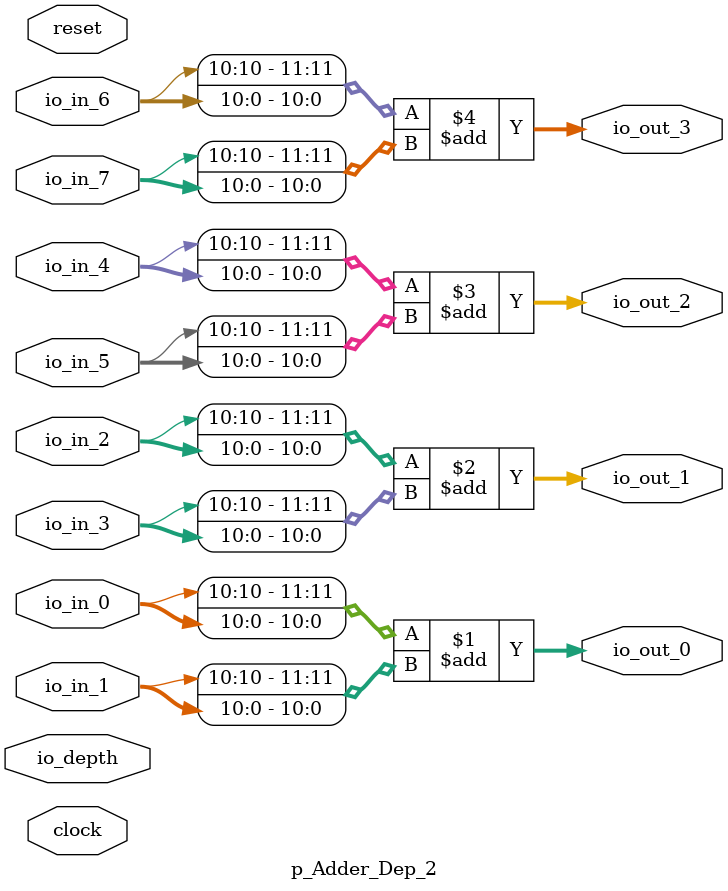
<source format=sv>
module p_Adder_Dep_2(
  input         clock,
                reset,
  input  [10:0] io_in_0,
                io_in_1,
                io_in_2,
                io_in_3,
                io_in_4,
                io_in_5,
                io_in_6,
                io_in_7,
  input  [2:0]  io_depth,
  output [11:0] io_out_0,
                io_out_1,
                io_out_2,
                io_out_3
);

  assign io_out_0 = {io_in_0[10], io_in_0} + {io_in_1[10], io_in_1};
  assign io_out_1 = {io_in_2[10], io_in_2} + {io_in_3[10], io_in_3};
  assign io_out_2 = {io_in_4[10], io_in_4} + {io_in_5[10], io_in_5};
  assign io_out_3 = {io_in_6[10], io_in_6} + {io_in_7[10], io_in_7};
endmodule


</source>
